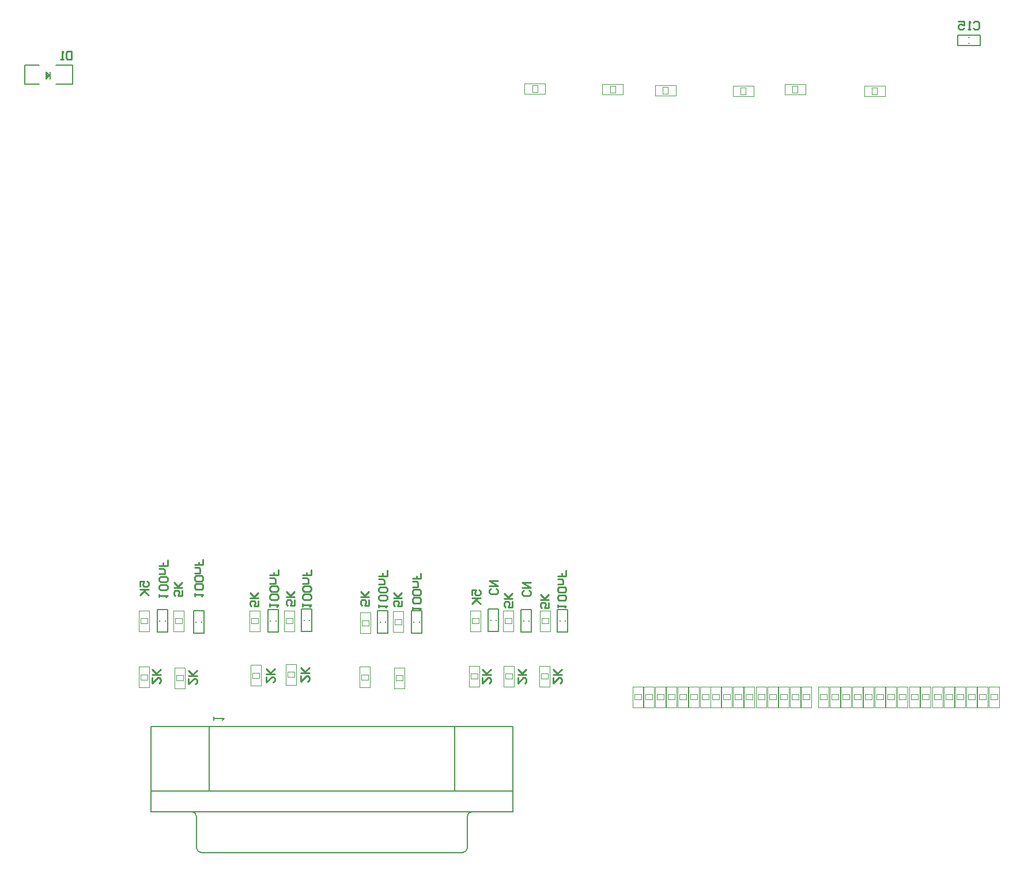
<source format=gbo>
G04*
G04 #@! TF.GenerationSoftware,Altium Limited,Altium Designer,20.0.13 (296)*
G04*
G04 Layer_Color=32896*
%FSTAX24Y24*%
%MOIN*%
G70*
G01*
G75*
%ADD10C,0.0050*%
%ADD11C,0.0079*%
%ADD15C,0.0100*%
%ADD18C,0.0039*%
%ADD20C,0.0059*%
D10*
X0629Y0761D02*
Y0767D01*
X0616Y0761D02*
Y0767D01*
Y0761D02*
X0629D01*
X0616Y0767D02*
X0629D01*
X03845Y04215D02*
X03905D01*
X03845Y04345D02*
X03905D01*
X03845Y04215D02*
Y04345D01*
X03905Y04215D02*
Y04345D01*
X02805Y0421D02*
X02865D01*
X02805Y0434D02*
X02865D01*
X02805Y0421D02*
Y0434D01*
X02865Y0421D02*
Y0434D01*
X03Y0421D02*
X0306D01*
X03Y0434D02*
X0306D01*
X03Y0421D02*
Y0434D01*
X0306Y0421D02*
Y0434D01*
X03445Y0422D02*
X03505D01*
X03445Y0435D02*
X03505D01*
X03445Y0422D02*
Y0435D01*
X03505Y0422D02*
Y0435D01*
X03635Y04215D02*
X03695D01*
X03635Y04345D02*
X03695D01*
X03635Y04215D02*
Y04345D01*
X03695Y04215D02*
Y04345D01*
X0217Y04215D02*
X0223D01*
X0217Y04345D02*
X0223D01*
X0217Y04215D02*
Y04345D01*
X0223Y04215D02*
Y04345D01*
X02365Y0422D02*
X02425D01*
X02365Y0435D02*
X02425D01*
X02365Y0422D02*
Y0435D01*
X02425Y0422D02*
Y0435D01*
X0153Y04215D02*
X0159D01*
X0153Y04345D02*
X0159D01*
X0153Y04215D02*
Y04345D01*
X0159Y04215D02*
Y04345D01*
X0174Y0421D02*
X018D01*
X0174Y0434D02*
X018D01*
X0174Y0421D02*
Y0434D01*
X018Y0421D02*
Y0434D01*
D11*
X017567Y02968D02*
G03*
X017841Y029407I000274J0D01*
G01*
X033508Y031767D02*
G03*
X033234Y031493I0J-000274D01*
G01*
X017565D02*
G03*
X017291Y031767I-000274J0D01*
G01*
X032959Y029407D02*
G03*
X033232Y02968I0J000274D01*
G01*
X06223Y076557D02*
X06227D01*
X06223Y076243D02*
X06227D01*
X038907Y04278D02*
Y04282D01*
X038593Y04278D02*
Y04282D01*
X028507Y04273D02*
Y04277D01*
X028193Y04273D02*
Y04277D01*
X030457Y04273D02*
Y04277D01*
X030143Y04273D02*
Y04277D01*
X034907Y04283D02*
Y04287D01*
X034593Y04283D02*
Y04287D01*
X036807Y04278D02*
Y04282D01*
X036493Y04278D02*
Y04282D01*
X022157Y04278D02*
Y04282D01*
X021843Y04278D02*
Y04282D01*
X024107Y04283D02*
Y04287D01*
X023793Y04283D02*
Y04287D01*
X015757Y04278D02*
Y04282D01*
X015443Y04278D02*
Y04282D01*
X017857Y04273D02*
Y04277D01*
X017543Y04273D02*
Y04277D01*
X009101Y074153D02*
Y074547D01*
X008904Y074232D02*
Y074468D01*
X008865Y074153D02*
Y074547D01*
X009062Y07435D01*
X008963Y074291D02*
Y074409D01*
X008865Y074153D02*
X009062Y07435D01*
X009422Y07495D02*
X0104D01*
X009422Y07385D02*
X0104D01*
X00765D02*
X008478D01*
X00765Y07495D02*
X008478D01*
X0104Y07385D02*
Y07495D01*
X00765Y07385D02*
Y07495D01*
X014947Y03295D02*
X035852D01*
X017565Y029682D02*
Y031493D01*
X033234Y029682D02*
Y031493D01*
X017841Y029407D02*
X032959D01*
X018313Y03295D02*
Y03669D01*
X014947Y031769D02*
X035852D01*
X032486Y03295D02*
Y03669D01*
X014947D02*
X035852D01*
X014947Y031769D02*
Y03669D01*
X035852Y031769D02*
Y03669D01*
D15*
X034114Y039521D02*
Y039206D01*
X034429Y039521D01*
X034507D01*
X034586Y039443D01*
Y039285D01*
X034507Y039206D01*
X034586Y039679D02*
X034114D01*
X034271D01*
X034586Y039994D01*
X03435Y039757D01*
X034114Y039994D01*
X033514Y044279D02*
Y044594D01*
X03375D01*
X033671Y044436D01*
Y044357D01*
X03375Y044279D01*
X033907D01*
X033986Y044357D01*
Y044515D01*
X033907Y044594D01*
X033514Y044121D02*
X033986D01*
X033829D01*
X033514Y043806D01*
X03375Y044043D01*
X033986Y043806D01*
X036164Y039521D02*
Y039206D01*
X036479Y039521D01*
X036557D01*
X036636Y039443D01*
Y039285D01*
X036557Y039206D01*
X036636Y039679D02*
X036164D01*
X036321D01*
X036636Y039994D01*
X0364Y039757D01*
X036164Y039994D01*
X035836Y043921D02*
Y043606D01*
X0356D01*
X035679Y043764D01*
Y043843D01*
X0356Y043921D01*
X035443D01*
X035364Y043843D01*
Y043685D01*
X035443Y043606D01*
X035836Y044079D02*
X035364D01*
X035521D01*
X035836Y044394D01*
X0356Y044157D01*
X035364Y044394D01*
X038214Y039521D02*
Y039206D01*
X038529Y039521D01*
X038607D01*
X038686Y039443D01*
Y039285D01*
X038607Y039206D01*
X038686Y039679D02*
X038214D01*
X038371D01*
X038686Y039994D01*
X03845Y039757D01*
X038214Y039994D01*
X037936Y043871D02*
Y043556D01*
X0377D01*
X037779Y043714D01*
Y043793D01*
X0377Y043871D01*
X037543D01*
X037464Y043793D01*
Y043635D01*
X037543Y043556D01*
X037936Y044029D02*
X037464D01*
X037621D01*
X037936Y044344D01*
X0377Y044107D01*
X037464Y044344D01*
X021614Y039571D02*
Y039256D01*
X021929Y039571D01*
X022007D01*
X022086Y039493D01*
Y039335D01*
X022007Y039256D01*
X022086Y039729D02*
X021614D01*
X021771D01*
X022086Y040044D01*
X02185Y039807D01*
X021614Y040044D01*
X015014Y039521D02*
Y039206D01*
X015329Y039521D01*
X015407D01*
X015486Y039443D01*
Y039285D01*
X015407Y039206D01*
X015486Y039679D02*
X015014D01*
X015171D01*
X015486Y039994D01*
X01525Y039757D01*
X015014Y039994D01*
X027536Y044021D02*
Y043706D01*
X0273D01*
X027379Y043864D01*
Y043943D01*
X0273Y044021D01*
X027143D01*
X027064Y043943D01*
Y043785D01*
X027143Y043706D01*
X027536Y044179D02*
X027064D01*
X027221D01*
X027536Y044494D01*
X0273Y044257D01*
X027064Y044494D01*
X021136Y043971D02*
Y043656D01*
X0209D01*
X020979Y043814D01*
Y043893D01*
X0209Y043971D01*
X020743D01*
X020664Y043893D01*
Y043735D01*
X020743Y043656D01*
X021136Y044129D02*
X020664D01*
X020821D01*
X021136Y044444D01*
X0209Y044207D01*
X020664Y044444D01*
X014314Y044779D02*
Y045094D01*
X01455D01*
X014471Y044936D01*
Y044857D01*
X01455Y044779D01*
X014707D01*
X014786Y044857D01*
Y045015D01*
X014707Y045094D01*
X014314Y044621D02*
X014786D01*
X014629D01*
X014314Y044306D01*
X01455Y044543D01*
X014786Y044306D01*
X023614Y039621D02*
Y039306D01*
X023929Y039621D01*
X024007D01*
X024086Y039543D01*
Y039385D01*
X024007Y039306D01*
X024086Y039779D02*
X023614D01*
X023771D01*
X024086Y040094D01*
X02385Y039857D01*
X023614Y040094D01*
X017114Y039471D02*
Y039156D01*
X017429Y039471D01*
X017507D01*
X017586Y039393D01*
Y039235D01*
X017507Y039156D01*
X017586Y039629D02*
X017114D01*
X017271D01*
X017586Y039944D01*
X01735Y039707D01*
X017114Y039944D01*
X029436Y043971D02*
Y043656D01*
X0292D01*
X029279Y043814D01*
Y043893D01*
X0292Y043971D01*
X029043D01*
X028964Y043893D01*
Y043735D01*
X029043Y043656D01*
X029436Y044129D02*
X028964D01*
X029121D01*
X029436Y044444D01*
X0292Y044207D01*
X028964Y044444D01*
X023236Y044021D02*
Y043706D01*
X023D01*
X023079Y043864D01*
Y043943D01*
X023Y044021D01*
X022843D01*
X022764Y043943D01*
Y043785D01*
X022843Y043706D01*
X023236Y044179D02*
X022764D01*
X022921D01*
X023236Y044494D01*
X023Y044257D01*
X022764Y044494D01*
X016736Y044571D02*
Y044256D01*
X0165D01*
X016579Y044414D01*
Y044493D01*
X0165Y044571D01*
X016343D01*
X016264Y044493D01*
Y044335D01*
X016343Y044256D01*
X016736Y044729D02*
X016264D01*
X016421D01*
X016736Y045044D01*
X0165Y044807D01*
X016264Y045044D01*
X034907Y044671D02*
X034986Y044593D01*
Y044435D01*
X034907Y044356D01*
X034593D01*
X034514Y044435D01*
Y044593D01*
X034593Y044671D01*
X034514Y044829D02*
X034986D01*
X034514Y045144D01*
X034986D01*
X036807Y044571D02*
X036886Y044493D01*
Y044335D01*
X036807Y044256D01*
X036493D01*
X036414Y044335D01*
Y044493D01*
X036493Y044571D01*
X036414Y044729D02*
X036886D01*
X036414Y045044D01*
X036886D01*
X038464Y043587D02*
Y043745D01*
Y043666D01*
X038936D01*
X038857Y043587D01*
Y043981D02*
X038936Y04406D01*
Y044217D01*
X038857Y044296D01*
X038543D01*
X038464Y044217D01*
Y04406D01*
X038543Y043981D01*
X038857D01*
Y044453D02*
X038936Y044532D01*
Y044689D01*
X038857Y044768D01*
X038543D01*
X038464Y044689D01*
Y044532D01*
X038543Y044453D01*
X038857D01*
X038464Y044925D02*
X038779D01*
Y045162D01*
X0387Y04524D01*
X038464D01*
X038936Y045713D02*
Y045398D01*
X0387D01*
Y045555D01*
Y045398D01*
X038464D01*
X028114Y043587D02*
Y043745D01*
Y043666D01*
X028586D01*
X028507Y043587D01*
Y043981D02*
X028586Y04406D01*
Y044217D01*
X028507Y044296D01*
X028193D01*
X028114Y044217D01*
Y04406D01*
X028193Y043981D01*
X028507D01*
Y044453D02*
X028586Y044532D01*
Y044689D01*
X028507Y044768D01*
X028193D01*
X028114Y044689D01*
Y044532D01*
X028193Y044453D01*
X028507D01*
X028114Y044925D02*
X028429D01*
Y045162D01*
X02835Y04524D01*
X028114D01*
X028586Y045713D02*
Y045398D01*
X02835D01*
Y045555D01*
Y045398D01*
X028114D01*
X021814Y043637D02*
Y043795D01*
Y043716D01*
X022286D01*
X022207Y043637D01*
Y044031D02*
X022286Y04411D01*
Y044267D01*
X022207Y044346D01*
X021893D01*
X021814Y044267D01*
Y04411D01*
X021893Y044031D01*
X022207D01*
Y044503D02*
X022286Y044582D01*
Y044739D01*
X022207Y044818D01*
X021893D01*
X021814Y044739D01*
Y044582D01*
X021893Y044503D01*
X022207D01*
X021814Y044976D02*
X022129D01*
Y045212D01*
X02205Y04529D01*
X021814D01*
X022286Y045763D02*
Y045448D01*
X02205D01*
Y045605D01*
Y045448D01*
X021814D01*
X015414Y044187D02*
Y044345D01*
Y044266D01*
X015886D01*
X015807Y044187D01*
Y044581D02*
X015886Y04466D01*
Y044817D01*
X015807Y044896D01*
X015493D01*
X015414Y044817D01*
Y04466D01*
X015493Y044581D01*
X015807D01*
Y045053D02*
X015886Y045132D01*
Y045289D01*
X015807Y045368D01*
X015493D01*
X015414Y045289D01*
Y045132D01*
X015493Y045053D01*
X015807D01*
X015414Y045525D02*
X015729D01*
Y045762D01*
X01565Y04584D01*
X015414D01*
X015886Y046313D02*
Y045998D01*
X01565D01*
Y046155D01*
Y045998D01*
X015414D01*
X030064Y043437D02*
Y043595D01*
Y043516D01*
X030536D01*
X030457Y043437D01*
Y043831D02*
X030536Y04391D01*
Y044067D01*
X030457Y044146D01*
X030143D01*
X030064Y044067D01*
Y04391D01*
X030143Y043831D01*
X030457D01*
Y044303D02*
X030536Y044382D01*
Y044539D01*
X030457Y044618D01*
X030143D01*
X030064Y044539D01*
Y044382D01*
X030143Y044303D01*
X030457D01*
X030064Y044776D02*
X030379D01*
Y045012D01*
X0303Y04509D01*
X030064D01*
X030536Y045563D02*
Y045248D01*
X0303D01*
Y045405D01*
Y045248D01*
X030064D01*
X023714Y043637D02*
Y043795D01*
Y043716D01*
X024186D01*
X024107Y043637D01*
Y044031D02*
X024186Y04411D01*
Y044267D01*
X024107Y044346D01*
X023793D01*
X023714Y044267D01*
Y04411D01*
X023793Y044031D01*
X024107D01*
Y044503D02*
X024186Y044582D01*
Y044739D01*
X024107Y044818D01*
X023793D01*
X023714Y044739D01*
Y044582D01*
X023793Y044503D01*
X024107D01*
X023714Y044976D02*
X024029D01*
Y045212D01*
X02395Y04529D01*
X023714D01*
X024186Y045763D02*
Y045448D01*
X02395D01*
Y045605D01*
Y045448D01*
X023714D01*
X017464Y044237D02*
Y044395D01*
Y044316D01*
X017936D01*
X017857Y044237D01*
Y044631D02*
X017936Y04471D01*
Y044867D01*
X017857Y044946D01*
X017543D01*
X017464Y044867D01*
Y04471D01*
X017543Y044631D01*
X017857D01*
Y045103D02*
X017936Y045182D01*
Y045339D01*
X017857Y045418D01*
X017543D01*
X017464Y045339D01*
Y045182D01*
X017543Y045103D01*
X017857D01*
X017464Y045575D02*
X017779D01*
Y045812D01*
X0177Y04589D01*
X017464D01*
X017936Y046363D02*
Y046048D01*
X0177D01*
Y046205D01*
Y046048D01*
X017464D01*
X062505Y077414D02*
X062584Y077492D01*
X062741D01*
X06282Y077414D01*
Y077099D01*
X062741Y07702D01*
X062584D01*
X062505Y077099D01*
X062348Y07702D02*
X06219D01*
X062269D01*
Y077492D01*
X062348Y077414D01*
X061639Y077492D02*
X061954D01*
Y077256D01*
X061797Y077335D01*
X061718D01*
X061639Y077256D01*
Y077099D01*
X061718Y07702D01*
X061875D01*
X061954Y077099D01*
X01034Y075762D02*
Y07529D01*
X010104D01*
X010025Y075369D01*
Y075684D01*
X010104Y075762D01*
X01034D01*
X009868Y07529D02*
X00971D01*
X009789D01*
Y075762D01*
X009868Y075684D01*
D18*
X06015Y0378D02*
X06075D01*
X06015D02*
Y0386D01*
Y039D01*
X06075D01*
Y0378D02*
Y039D01*
X06025Y03825D02*
X06065D01*
X06025D02*
Y03855D01*
X06065D01*
Y03825D02*
Y03855D01*
X05355Y0378D02*
X05415D01*
X05355D02*
Y0386D01*
Y039D01*
X05415D01*
Y0378D02*
Y039D01*
X05365Y03825D02*
X05405D01*
X05365D02*
Y03855D01*
X05405D01*
Y03825D02*
Y03855D01*
X0542Y0378D02*
X0548D01*
X0542D02*
Y0386D01*
Y039D01*
X0548D01*
Y0378D02*
Y039D01*
X0543Y03825D02*
X0547D01*
X0543D02*
Y03855D01*
X0547D01*
Y03825D02*
Y03855D01*
X0555Y0378D02*
X0561D01*
X0555D02*
Y0386D01*
Y039D01*
X0561D01*
Y0378D02*
Y039D01*
X0556Y03825D02*
X056D01*
X0556D02*
Y03855D01*
X056D01*
Y03825D02*
Y03855D01*
X05485Y0378D02*
X05545D01*
X05485D02*
Y0386D01*
Y039D01*
X05545D01*
Y0378D02*
Y039D01*
X05495Y03825D02*
X05535D01*
X05495D02*
Y03855D01*
X05535D01*
Y03825D02*
Y03855D01*
X0568Y0378D02*
X0574D01*
X0568D02*
Y0386D01*
Y039D01*
X0574D01*
Y0378D02*
Y039D01*
X0569Y03825D02*
X0573D01*
X0569D02*
Y03855D01*
X0573D01*
Y03825D02*
Y03855D01*
X05615Y0378D02*
X05675D01*
X05615D02*
Y0386D01*
Y039D01*
X05675D01*
Y0378D02*
Y039D01*
X05625Y03825D02*
X05665D01*
X05625D02*
Y03855D01*
X05665D01*
Y03825D02*
Y03855D01*
X0581Y0378D02*
X0587D01*
X0581D02*
Y0386D01*
Y039D01*
X0587D01*
Y0378D02*
Y039D01*
X0582Y03825D02*
X0586D01*
X0582D02*
Y03855D01*
X0586D01*
Y03825D02*
Y03855D01*
X0634Y0378D02*
X064D01*
X0634D02*
Y0386D01*
Y039D01*
X064D01*
Y0378D02*
Y039D01*
X0635Y03825D02*
X0639D01*
X0635D02*
Y03855D01*
X0639D01*
Y03825D02*
Y03855D01*
X0608Y0378D02*
X0614D01*
X0608D02*
Y0386D01*
Y039D01*
X0614D01*
Y0378D02*
Y039D01*
X0609Y03825D02*
X0613D01*
X0609D02*
Y03855D01*
X0613D01*
Y03825D02*
Y03855D01*
X05945Y0378D02*
X06005D01*
X05945D02*
Y0386D01*
Y039D01*
X06005D01*
Y0378D02*
Y039D01*
X05955Y03825D02*
X05995D01*
X05955D02*
Y03855D01*
X05995D01*
Y03825D02*
Y03855D01*
X0588Y0378D02*
X0594D01*
X0588D02*
Y0386D01*
Y039D01*
X0594D01*
Y0378D02*
Y039D01*
X0589Y03825D02*
X0593D01*
X0589D02*
Y03855D01*
X0593D01*
Y03825D02*
Y03855D01*
X06275Y0378D02*
X06335D01*
X06275D02*
Y0386D01*
Y039D01*
X06335D01*
Y0378D02*
Y039D01*
X06285Y03825D02*
X06325D01*
X06285D02*
Y03855D01*
X06325D01*
Y03825D02*
Y03855D01*
X0621Y0378D02*
X0627D01*
X0621D02*
Y0386D01*
Y039D01*
X0627D01*
Y0378D02*
Y039D01*
X0622Y03825D02*
X0626D01*
X0622D02*
Y03855D01*
X0626D01*
Y03825D02*
Y03855D01*
X06145Y0378D02*
X06205D01*
X06145D02*
Y0386D01*
Y039D01*
X06205D01*
Y0378D02*
Y039D01*
X06155Y03825D02*
X06195D01*
X06155D02*
Y03855D01*
X06195D01*
Y03825D02*
Y03855D01*
X05745Y0378D02*
X05805D01*
X05745D02*
Y0386D01*
Y039D01*
X05805D01*
Y0378D02*
Y039D01*
X05755Y03825D02*
X05795D01*
X05755D02*
Y03855D01*
X05795D01*
Y03825D02*
Y03855D01*
X0519Y0378D02*
X0525D01*
X0519D02*
Y0386D01*
Y039D01*
X0525D01*
Y0378D02*
Y039D01*
X052Y03825D02*
X0524D01*
X052D02*
Y03855D01*
X0524D01*
Y03825D02*
Y03855D01*
X0506Y0378D02*
X0512D01*
X0506D02*
Y0386D01*
Y039D01*
X0512D01*
Y0378D02*
Y039D01*
X0507Y03825D02*
X0511D01*
X0507D02*
Y03855D01*
X0511D01*
Y03825D02*
Y03855D01*
X05255Y0378D02*
X05315D01*
X05255D02*
Y0386D01*
Y039D01*
X05315D01*
Y0378D02*
Y039D01*
X05265Y03825D02*
X05305D01*
X05265D02*
Y03855D01*
X05305D01*
Y03825D02*
Y03855D01*
X05125Y0378D02*
X05185D01*
X05125D02*
Y0386D01*
Y039D01*
X05185D01*
Y0378D02*
Y039D01*
X05135Y03825D02*
X05175D01*
X05135D02*
Y03855D01*
X05175D01*
Y03825D02*
Y03855D01*
X04925Y0378D02*
X04985D01*
X04925D02*
Y0386D01*
Y039D01*
X04985D01*
Y0378D02*
Y039D01*
X04935Y03825D02*
X04975D01*
X04935D02*
Y03855D01*
X04975D01*
Y03825D02*
Y03855D01*
X04995Y0378D02*
X05055D01*
X04995D02*
Y0386D01*
Y039D01*
X05055D01*
Y0378D02*
Y039D01*
X05005Y03825D02*
X05045D01*
X05005D02*
Y03855D01*
X05045D01*
Y03825D02*
Y03855D01*
X0486Y0378D02*
X0492D01*
X0486D02*
Y0386D01*
Y039D01*
X0492D01*
Y0378D02*
Y039D01*
X0487Y03825D02*
X0491D01*
X0487D02*
Y03855D01*
X0491D01*
Y03825D02*
Y03855D01*
X04795Y0378D02*
X04855D01*
X04795D02*
Y0386D01*
Y039D01*
X04855D01*
Y0378D02*
Y039D01*
X04805Y03825D02*
X04845D01*
X04805D02*
Y03855D01*
X04845D01*
Y03825D02*
Y03855D01*
X0473Y0378D02*
X0479D01*
X0473D02*
Y0386D01*
Y039D01*
X0479D01*
Y0378D02*
Y039D01*
X0474Y03825D02*
X0478D01*
X0474D02*
Y03855D01*
X0478D01*
Y03825D02*
Y03855D01*
X0454Y0378D02*
X046D01*
X0454D02*
Y0386D01*
Y039D01*
X046D01*
Y0378D02*
Y039D01*
X0455Y03825D02*
X0459D01*
X0455D02*
Y03855D01*
X0459D01*
Y03825D02*
Y03855D01*
X0467Y0378D02*
X0473D01*
X0467D02*
Y0386D01*
Y039D01*
X0473D01*
Y0378D02*
Y039D01*
X0468Y03825D02*
X0472D01*
X0468D02*
Y03855D01*
X0472D01*
Y03825D02*
Y03855D01*
X04605Y0378D02*
X04665D01*
X04605D02*
Y0386D01*
Y039D01*
X04665D01*
Y0378D02*
Y039D01*
X04615Y03825D02*
X04655D01*
X04615D02*
Y03855D01*
X04655D01*
Y03825D02*
Y03855D01*
X04345Y0378D02*
X04405D01*
X04345D02*
Y0386D01*
Y039D01*
X04405D01*
Y0378D02*
Y039D01*
X04355Y03825D02*
X04395D01*
X04355D02*
Y03855D01*
X04395D01*
Y03825D02*
Y03855D01*
X0428Y0378D02*
X0434D01*
X0428D02*
Y0386D01*
Y039D01*
X0434D01*
Y0378D02*
Y039D01*
X0429Y03825D02*
X0433D01*
X0429D02*
Y03855D01*
X0433D01*
Y03825D02*
Y03855D01*
X04475Y0378D02*
X04535D01*
X04475D02*
Y0386D01*
Y039D01*
X04535D01*
Y0378D02*
Y039D01*
X04485Y03825D02*
X04525D01*
X04485D02*
Y03855D01*
X04525D01*
Y03825D02*
Y03855D01*
X0441Y0378D02*
X0447D01*
X0441D02*
Y0386D01*
Y039D01*
X0447D01*
Y0378D02*
Y039D01*
X0442Y03825D02*
X0446D01*
X0442D02*
Y03855D01*
X0446D01*
Y03825D02*
Y03855D01*
X0164Y03935D02*
Y03965D01*
Y03935D02*
X0168D01*
Y03965D01*
X0164D02*
X0168D01*
X0163Y0389D02*
Y0401D01*
Y0389D02*
X0169D01*
Y0393D01*
Y0401D01*
X0163D02*
X0169D01*
X02285Y03955D02*
Y03985D01*
Y03955D02*
X02325D01*
Y03985D01*
X02285D02*
X02325D01*
X02275Y0391D02*
Y0403D01*
Y0391D02*
X02335D01*
Y0395D01*
Y0403D01*
X02275D02*
X02335D01*
X0208Y0395D02*
Y0398D01*
Y0395D02*
X0212D01*
Y0398D01*
X0208D02*
X0212D01*
X0207Y03905D02*
Y04025D01*
Y03905D02*
X0213D01*
Y03945D01*
Y04025D01*
X0207D02*
X0213D01*
X03345Y03945D02*
Y03975D01*
Y03945D02*
X03385D01*
Y03975D01*
X03345D02*
X03385D01*
X03335Y039D02*
Y0402D01*
Y039D02*
X03395D01*
Y0394D01*
Y0402D01*
X03335D02*
X03395D01*
X03545Y03945D02*
Y03975D01*
Y03945D02*
X03585D01*
Y03975D01*
X03545D02*
X03585D01*
X03535Y039D02*
Y0402D01*
Y039D02*
X03595D01*
Y0394D01*
Y0402D01*
X03535D02*
X03595D01*
X0375Y03945D02*
Y03975D01*
Y03945D02*
X0379D01*
Y03975D01*
X0375D02*
X0379D01*
X0374Y039D02*
Y0402D01*
Y039D02*
X038D01*
Y0394D01*
Y0402D01*
X0374D02*
X038D01*
X01625Y0434D02*
X01685D01*
Y0426D02*
Y0434D01*
Y0422D02*
Y0426D01*
X01625Y0422D02*
X01685D01*
X01625D02*
Y0434D01*
X01635Y04295D02*
X01675D01*
Y04265D02*
Y04295D01*
X01635Y04265D02*
X01675D01*
X01635D02*
Y04295D01*
X02065Y0434D02*
X02125D01*
Y0426D02*
Y0434D01*
Y0422D02*
Y0426D01*
X02065Y0422D02*
X02125D01*
X02065D02*
Y0434D01*
X02075Y04295D02*
X02115D01*
Y04265D02*
Y04295D01*
X02075Y04265D02*
X02115D01*
X02075D02*
Y04295D01*
X02265Y0434D02*
X02325D01*
Y0426D02*
Y0434D01*
Y0422D02*
Y0426D01*
X02265Y0422D02*
X02325D01*
X02265D02*
Y0434D01*
X02275Y04295D02*
X02315D01*
Y04265D02*
Y04295D01*
X02275Y04265D02*
X02315D01*
X02275D02*
Y04295D01*
X02895Y04335D02*
X02955D01*
Y04255D02*
Y04335D01*
Y04215D02*
Y04255D01*
X02895Y04215D02*
X02955D01*
X02895D02*
Y04335D01*
X02905Y0429D02*
X02945D01*
Y0426D02*
Y0429D01*
X02905Y0426D02*
X02945D01*
X02905D02*
Y0429D01*
X0353Y0434D02*
X0359D01*
Y0426D02*
Y0434D01*
Y0422D02*
Y0426D01*
X0353Y0422D02*
X0359D01*
X0353D02*
Y0434D01*
X0354Y04295D02*
X0358D01*
Y04265D02*
Y04295D01*
X0354Y04265D02*
X0358D01*
X0354D02*
Y04295D01*
X03745Y0434D02*
X03805D01*
Y0426D02*
Y0434D01*
Y0422D02*
Y0426D01*
X03745Y0422D02*
X03805D01*
X03745D02*
Y0434D01*
X03755Y04295D02*
X03795D01*
Y04265D02*
Y04295D01*
X03755Y04265D02*
X03795D01*
X03755D02*
Y04295D01*
X02705Y043295D02*
X02765D01*
Y042495D02*
Y043295D01*
Y042095D02*
Y042495D01*
X02705Y042095D02*
X02765D01*
X02705D02*
Y043295D01*
X02715Y042845D02*
X02755D01*
Y042545D02*
Y042845D01*
X02715Y042545D02*
X02755D01*
X02715D02*
Y042845D01*
X01425Y0434D02*
X01485D01*
Y0426D02*
Y0434D01*
Y0422D02*
Y0426D01*
X01425Y0422D02*
X01485D01*
X01425D02*
Y0434D01*
X01435Y04295D02*
X01475D01*
Y04265D02*
Y04295D01*
X01435Y04265D02*
X01475D01*
X01435D02*
Y04295D01*
X0516Y07325D02*
Y07385D01*
X0524D01*
X0528D01*
Y07325D02*
Y07385D01*
X0516Y07325D02*
X0528D01*
X05205Y07335D02*
Y07375D01*
X05235D01*
Y07335D02*
Y07375D01*
X05205Y07335D02*
X05235D01*
X0441Y0732D02*
Y0738D01*
X0449D01*
X0453D01*
Y0732D02*
Y0738D01*
X0441Y0732D02*
X0453D01*
X04455Y0733D02*
Y0737D01*
X04485D01*
Y0733D02*
Y0737D01*
X04455Y0733D02*
X04485D01*
X03775D02*
Y0739D01*
X03695Y0733D02*
X03775D01*
X03655D02*
X03695D01*
X03655D02*
Y0739D01*
X03775D01*
X0373Y0734D02*
Y0738D01*
X037Y0734D02*
X0373D01*
X037D02*
Y0738D01*
X0373D01*
X04225Y07325D02*
Y07385D01*
X04145Y07325D02*
X04225D01*
X04105D02*
X04145D01*
X04105D02*
Y07385D01*
X04225D01*
X0418Y07335D02*
Y07375D01*
X0415Y07335D02*
X0418D01*
X0415D02*
Y07375D01*
X0418D01*
X0574Y07315D02*
Y07375D01*
X0566Y07315D02*
X0574D01*
X0562D02*
X0566D01*
X0562D02*
Y07375D01*
X0574D01*
X05695Y07325D02*
Y07365D01*
X05665Y07325D02*
X05695D01*
X05665D02*
Y07365D01*
X05695D01*
X0498Y07315D02*
Y07375D01*
X049Y07315D02*
X0498D01*
X0486D02*
X049D01*
X0486D02*
Y07375D01*
X0498D01*
X04935Y07325D02*
Y07365D01*
X04905Y07325D02*
X04935D01*
X04905D02*
Y07365D01*
X04935D01*
X0335Y04265D02*
Y04295D01*
Y04265D02*
X0339D01*
Y04295D01*
X0335D02*
X0339D01*
X0334Y0422D02*
Y0434D01*
Y0422D02*
X034D01*
Y0426D01*
Y0434D01*
X0334D02*
X034D01*
X01435Y0394D02*
Y0397D01*
Y0394D02*
X01475D01*
Y0397D01*
X01435D02*
X01475D01*
X01425Y03895D02*
Y04015D01*
Y03895D02*
X01485D01*
Y03935D01*
Y04015D01*
X01425D02*
X01485D01*
X029Y0401D02*
X0296D01*
Y0393D02*
Y0401D01*
Y0389D02*
Y0393D01*
X029Y0389D02*
X0296D01*
X029D02*
Y0401D01*
X0291Y03965D02*
X0295D01*
Y03935D02*
Y03965D01*
X0291Y03935D02*
X0295D01*
X0291D02*
Y03965D01*
X027Y04015D02*
X0276D01*
Y03935D02*
Y04015D01*
Y03895D02*
Y03935D01*
X027Y03895D02*
X0276D01*
X027D02*
Y04015D01*
X0271Y0397D02*
X0275D01*
Y0394D02*
Y0397D01*
X0271Y0394D02*
X0275D01*
X0271D02*
Y0397D01*
D20*
X018578Y037069D02*
Y037266D01*
Y037167D01*
X019169D01*
X01907Y037069D01*
M02*

</source>
